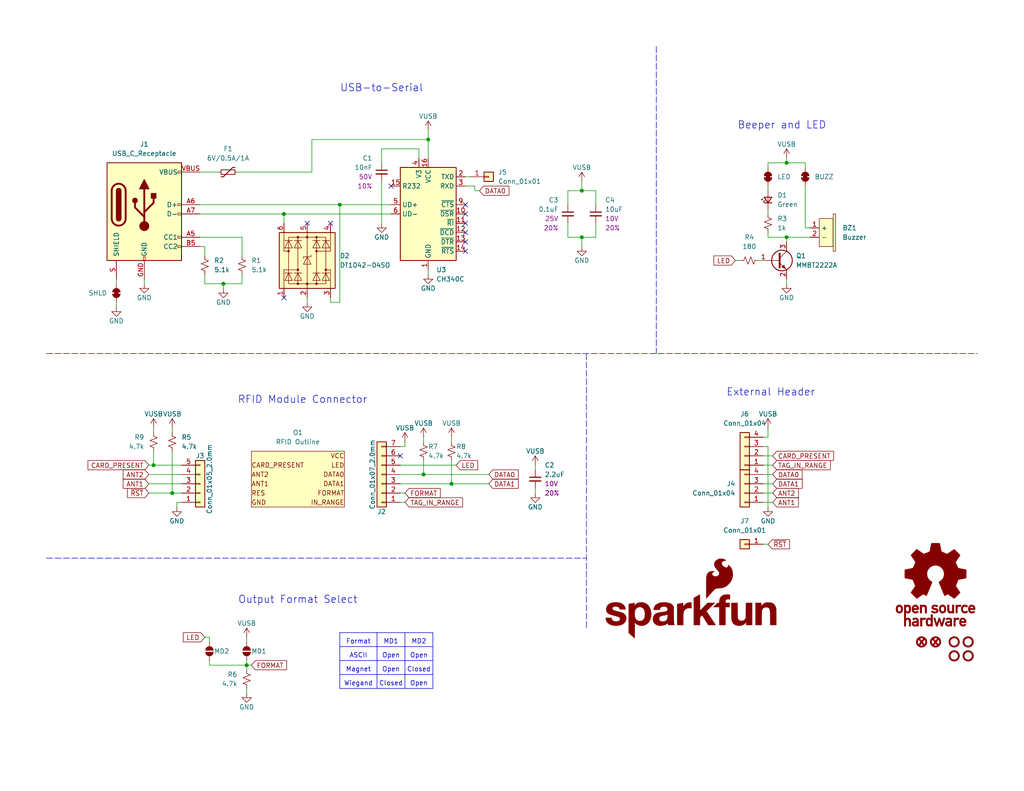
<source format=kicad_sch>
(kicad_sch (version 20231120) (generator "eeschema") (generator_version "8.0")
  (paper "USLetter")
  (title_block (title "SparkFun USB RFID Reader") (date "2025-01-08") (rev "v20") (company "SparkFun") (comment 1 "Designed by: Nick Poole"))
  (lib_symbols
    (symbol "SparkFun-Aesthetic:Fiducial_0.5mm"
      (symbol "Fiducial_0.5mm_1_1"
        (text "x" (at 0 0.254 0) (effects (font (size 2.5 2.5) (bold yes))))
      )
    )
    (symbol "SparkFun-Aesthetic:OSHW_Logo" (pin_names (offset 1.016)) (in_bom no))
    (symbol "SparkFun-Aesthetic:SparkFun_Logo" (pin_names (offset 1.016)) (on_board no))
    (symbol "SparkFun-Capacitor:0.1uF_0603_25V_20%" (pin_numbers hide) (pin_names (offset 0.254))
      (property "Reference" "C" (at 0.635 2.54 0))
      (property "Value" "0.1uF" (at 0.635 -2.54 0))
      (property "Voltage" "25V" (at 0 -6.35 0))
      (property "Tolerance" "20%" (at 0 -8.89 0))
      (symbol "0.1uF_0603_25V_20%_1_1"
        (pin passive line (at 0 2.54 270) (length 2.032) (name "~") (number "1"))
        (pin passive line (at 0 -2.54 90) (length 2.032) (name "~") (number "2"))
      )
    )
    (symbol "SparkFun-Capacitor:10nF_0603_50V_10%" (pin_numbers hide) (pin_names (offset 0.254))
      (property "Reference" "C" (at 0.635 2.54 0))
      (property "Value" "10nF" (at 0.635 -2.54 0))
      (property "Voltage" "50V" (at 0 -6.35 0))
      (property "Tolerance" "10%" (at 0 -8.89 0))
      (symbol "10nF_0603_50V_10%_1_1"
        (pin passive line (at 0 2.54 270) (length 2.032) (name "~") (number "1"))
        (pin passive line (at 0 -2.54 90) (length 2.032) (name "~") (number "2"))
      )
    )
    (symbol "SparkFun-Capacitor:10uF_0603_10V_20%" (pin_numbers hide) (pin_names (offset 0.254))
      (property "Reference" "C" (at 0.635 2.54 0))
      (property "Value" "10uF" (at 0.635 -2.54 0))
      (property "Voltage" "10V" (at 0 -6.35 0))
      (property "Tolerance" "20%" (at 0 -8.89 0))
      (symbol "10uF_0603_10V_20%_1_1"
        (pin passive line (at 0 2.54 270) (length 2.032) (name "~") (number "1"))
        (pin passive line (at 0 -2.54 90) (length 2.032) (name "~") (number "2"))
      )
    )
    (symbol "SparkFun-Capacitor:2.2uF_0603_10V_20%" (pin_numbers hide) (pin_names (offset 0.254))
      (property "Reference" "C" (at 0.635 2.54 0))
      (property "Value" "2.2uF" (at 0.635 -2.54 0))
      (property "Voltage" "10V" (at 0 -6.35 0))
      (property "Tolerance" "20%" (at 0 -8.89 0))
      (symbol "2.2uF_0603_10V_20%_1_1"
        (pin passive line (at 0 2.54 270) (length 2.032) (name "~") (number "1"))
        (pin passive line (at 0 -2.54 90) (length 2.032) (name "~") (number "2"))
      )
    )
    (symbol "SparkFun-Connector:Conn_01x01" (pin_names (offset 1.016) hide)
      (property "Reference" "J" (at 0 2.54 0))
      (property "Value" "Conn_01x01" (at 0 -2.54 0))
      (symbol "Conn_01x01_1_1"
        (pin passive line (at -5.08 0 0) (length 3.81) (name "Pin_1") (number "1"))
      )
    )
    (symbol "SparkFun-Connector:Conn_01x04" (pin_names (offset 1.016) hide)
      (property "Reference" "J" (at 0 5.08 0))
      (property "Value" "Conn_01x04" (at 0 -7.62 0))
      (symbol "Conn_01x04_1_1"
        (pin passive line (at -5.08 2.54 0) (length 3.81) (name "Pin_1") (number "1"))
        (pin passive line (at -5.08 0 0) (length 3.81) (name "Pin_2") (number "2"))
        (pin passive line (at -5.08 -2.54 0) (length 3.81) (name "Pin_3") (number "3"))
        (pin passive line (at -5.08 -5.08 0) (length 3.81) (name "Pin_4") (number "4"))
      )
    )
    (symbol "SparkFun-Connector:Conn_01x05_2.0mm" (pin_names (offset 1.016) hide)
      (property "Reference" "J" (at 0 7.62 0))
      (property "Value" "Conn_01x05_2.0mm" (at 0 -7.62 0))
      (symbol "Conn_01x05_2.0mm_1_1"
        (pin passive line (at -5.08 5.08 0) (length 3.81) (name "Pin_1") (number "1"))
        (pin passive line (at -5.08 2.54 0) (length 3.81) (name "Pin_2") (number "2"))
        (pin passive line (at -5.08 0 0) (length 3.81) (name "Pin_3") (number "3"))
        (pin passive line (at -5.08 -2.54 0) (length 3.81) (name "Pin_4") (number "4"))
        (pin passive line (at -5.08 -5.08 0) (length 3.81) (name "Pin_5") (number "5"))
      )
    )
    (symbol "SparkFun-Connector:Conn_01x07_2.0mm" (pin_names (offset 1.016) hide)
      (property "Reference" "J" (at 0 10.16 0))
      (property "Value" "Conn_01x07_2.0mm" (at 0 -10.16 0))
      (symbol "Conn_01x07_2.0mm_1_1"
        (pin passive line (at -5.08 7.62 0) (length 3.81) (name "Pin_1") (number "1"))
        (pin passive line (at -5.08 5.08 0) (length 3.81) (name "Pin_2") (number "2"))
        (pin passive line (at -5.08 2.54 0) (length 3.81) (name "Pin_3") (number "3"))
        (pin passive line (at -5.08 0 0) (length 3.81) (name "Pin_4") (number "4"))
        (pin passive line (at -5.08 -2.54 0) (length 3.81) (name "Pin_5") (number "5"))
        (pin passive line (at -5.08 -5.08 0) (length 3.81) (name "Pin_6") (number "6"))
        (pin passive line (at -5.08 -7.62 0) (length 3.81) (name "Pin_7") (number "7"))
      )
    )
    (symbol "SparkFun-Connector:USB_C_Receptacle" (pin_names (offset 1.016))
      (property "Reference" "J" (at -10.16 12.7 0))
      (property "Value" "USB_C_Receptacle" (at 19.05 12.7 0))
      (symbol "USB_C_Receptacle_1_1"
        (pin bidirectional line (at 15.24 -8.89 180) (length 5.08) (name "CC1") (number "A5"))
        (pin bidirectional line (at 15.24 0 180) (length 5.08) (name "D+") (number "A6"))
        (pin bidirectional line (at 15.24 -2.54 180) (length 5.08) (name "D-") (number "A7"))
        (pin no_connect line (at 2.54 -15.24 90) (length 5.08) hide (name "NC") (number "A8"))
        (pin bidirectional line (at 15.24 -11.43 180) (length 5.08) (name "CC2") (number "B5"))
        (pin bidirectional line (at 15.24 0 180) (length 5.08) hide (name "D+") (number "B6"))
        (pin bidirectional line (at 15.24 -2.54 180) (length 5.08) hide (name "D-") (number "B7"))
        (pin no_connect line (at 3.81 -15.24 90) (length 5.08) hide (name "NC") (number "B8"))
        (pin passive line (at 0 -20.32 90) (length 5.08) (name "GND") (number "GND"))
        (pin no_connect line (at -5.08 -15.24 90) (length 5.08) hide (name "NC") (number "NC1"))
        (pin no_connect line (at -3.81 -15.24 90) (length 5.08) hide (name "NC") (number "NC2"))
        (pin no_connect line (at -2.54 -15.24 90) (length 5.08) hide (name "NC") (number "NC3"))
        (pin passive line (at -7.62 -20.32 90) (length 5.08) (name "SHIELD") (number "S"))
        (pin power_out line (at 15.24 8.89 180) (length 5.08) (name "VBUS") (number "VBUS"))
      )
    )
    (symbol "SparkFun-DiscreteSemi:D_TVS_ESD_USB" (pin_names hide)
      (property "Reference" "D" (at -8.636 -2.794 90))
      (property "Value" "DT1042-04SO" (at 9.398 -8.382 90))
      (symbol "D_TVS_ESD_USB_1_1"
        (pin passive line (at -6.35 -11.43 90) (length 2.54) (name "I/O1") (number "1"))
        (pin passive line (at 0 -11.43 90) (length 2.54) (name "GND") (number "2"))
        (pin passive line (at 6.35 -11.43 90) (length 2.54) (name "I/O2") (number "3"))
        (pin passive line (at 6.35 8.89 270) (length 2.54) (name "I/O3") (number "4"))
        (pin passive line (at 0 8.89 270) (length 2.54) (name "VCC") (number "5"))
        (pin passive line (at -6.35 8.89 270) (length 2.54) (name "I/O4") (number "6"))
      )
    )
    (symbol "SparkFun-DiscreteSemi:Q_NPN_1A_40V" (pin_names (offset 0) hide)
      (property "Reference" "Q" (at 5.08 1.27 0))
      (property "Value" "MMBT2222A" (at 5.08 -1.27 0))
      (symbol "Q_NPN_1A_40V_1_1"
        (pin input line (at -3.81 0 0) (length 0) (name "B") (number "1"))
        (pin passive line (at 2.54 -5.08 90) (length 2.54) (name "E") (number "2"))
        (pin passive line (at 2.54 5.08 270) (length 2.54) (name "C") (number "3"))
      )
    )
    (symbol "SparkFun-Electromechanical:Buzzer_9mm_SMD"
      (property "Reference" "BZ" (at 0 5.08 0))
      (property "Value" "Buzzer" (at 1.27 -6.35 0))
      (symbol "Buzzer_9mm_SMD_1_1"
        (pin input line (at -3.81 1.27 0) (length 2.54) (name "+") (number "1"))
        (pin input line (at -3.81 -1.27 0) (length 2.54) (name "-") (number "2"))
      )
    )
    (symbol "SparkFun-Fuse:Fuse 6V/0.5A/1A" (pin_numbers hide) (pin_names (offset 0))
      (property "Reference" "F" (at 0 2.54 0))
      (property "Value" "6V/0.5A/1A" (at 0 -2.54 0))
      (symbol "Fuse 6V/0.5A/1A_1_1"
        (pin passive line (at -2.54 0 0) (length 0.635) (name "~") (number "1"))
        (pin passive line (at 2.54 0 180) (length 0.635) (name "~") (number "2"))
      )
    )
    (symbol "SparkFun-Hardware:Standoff")
    (symbol "SparkFun-IC-Comm:CH340C"
      (property "Reference" "U" (at 2.1941 -15.24 0))
      (property "Value" "CH340C" (at 2.1941 -17.78 0))
      (symbol "CH340C_1_1"
        (pin power_in line (at 0 -15.24 90) (length 2.54) (name "GND") (number "1"))
        (pin input line (at 10.16 0 180) (length 2.54) (name "~{DSR}") (number "10"))
        (pin input line (at 10.16 -2.54 180) (length 2.54) (name "~{RI}") (number "11"))
        (pin input line (at 10.16 -5.08 180) (length 2.54) (name "~{DCD}") (number "12"))
        (pin output line (at 10.16 -7.62 180) (length 2.54) (name "~{DTR}") (number "13"))
        (pin output line (at 10.16 -10.16 180) (length 2.54) (name "~{RTS}") (number "14"))
        (pin input line (at -10.16 7.62 0) (length 2.54) (name "R232") (number "15"))
        (pin power_in line (at 0 15.24 270) (length 2.54) (name "VCC") (number "16"))
        (pin output line (at 10.16 10.16 180) (length 2.54) (name "TXD") (number "2"))
        (pin input line (at 10.16 7.62 180) (length 2.54) (name "RXD") (number "3"))
        (pin passive line (at -2.54 15.24 270) (length 2.54) (name "V3") (number "4"))
        (pin bidirectional line (at -10.16 2.54 0) (length 2.54) (name "UD+") (number "5"))
        (pin bidirectional line (at -10.16 0 0) (length 2.54) (name "UD-") (number "6"))
        (pin no_connect line (at -7.62 -7.62 0) (length 2.54) hide (name "NC") (number "7"))
        (pin no_connect line (at -7.62 -10.16 0) (length 2.54) hide (name "NC") (number "8"))
        (pin input line (at 10.16 2.54 180) (length 2.54) (name "~{CTS}") (number "9"))
      )
    )
    (symbol "SparkFun-Jumper:SolderJumper_2_Bridged" (pin_numbers hide) (pin_names (offset 0) hide)
      (property "Reference" "JP" (at 0 2.032 0))
      (property "Value" "~" (at 0 -2.54 0))
      (symbol "SolderJumper_2_Bridged_1_1"
        (pin passive line (at -2.54 0 0) (length 1.27) (name "A") (number "1"))
        (pin passive line (at 2.54 0 180) (length 1.27) (name "B") (number "2"))
      )
    )
    (symbol "SparkFun-Jumper:SolderJumper_2_Open" (pin_numbers hide) (pin_names (offset 0) hide)
      (property "Reference" "JP" (at 0 2.032 0))
      (property "Value" "~" (at 0 -2.54 0))
      (symbol "SolderJumper_2_Open_1_1"
        (pin passive line (at -2.54 0 0) (length 1.27) (name "A") (number "1"))
        (pin passive line (at 2.54 0 180) (length 1.27) (name "B") (number "2"))
      )
    )
    (symbol "SparkFun-LED:LED_Green_0603" (pin_numbers hide) (pin_names (offset 1.016) hide)
      (property "Reference" "D" (at 0 2.54 0))
      (property "Value" "Green" (at 0 -2.54 0))
      (symbol "LED_Green_0603_1_1"
        (pin passive line (at -2.54 0 0) (length 1.778) (name "K") (number "1"))
        (pin passive line (at 2.54 0 180) (length 1.778) (name "A") (number "2"))
      )
    )
    (symbol "SparkFun-PowerSymbol:GND" (power) (pin_names (offset 0))
      (property "Value" "GND" (at 0 -3.81 0))
      (symbol "GND_1_1"
        (pin power_in line (at 0 0 270) (length 0) hide (name "GND") (number "1"))
      )
    )
    (symbol "SparkFun-PowerSymbol:VUSB" (power) (pin_names (offset 0))
      (property "Value" "VUSB" (at 0 3.81 0))
      (symbol "VUSB_1_1"
        (pin power_in line (at 0 0 90) (length 0) hide (name "VUSB") (number "1"))
      )
    )
    (symbol "SparkFun-RF:ID-2/12/20_Outline"
      (property "Reference" "O" (at -12.192 8.89 0))
      (property "Value" "RFID Outline" (at 0 -8.89 0))
      (symbol "ID-2/12/20_Outline_1_1"
        (text "ANT1" (at -12.7 -1.27 0) (effects (font (size 1.27 1.27)) (justify left)))
        (text "ANT2" (at -12.7 1.27 0) (effects (font (size 1.27 1.27)) (justify left)))
        (text "CARD_PRESENT" (at -12.7 3.81 0) (effects (font (size 1.27 1.27)) (justify left)))
        (text "DATA0" (at 12.7 1.27 0) (effects (font (size 1.27 1.27)) (justify right)))
        (text "DATA1" (at 12.7 -1.27 0) (effects (font (size 1.27 1.27)) (justify right)))
        (text "FORMAT" (at 12.7 -3.81 0) (effects (font (size 1.27 1.27)) (justify right)))
        (text "GND" (at -12.7 -6.35 0) (effects (font (size 1.27 1.27)) (justify left)))
        (text "IN_RANGE" (at 12.7 -6.35 0) (effects (font (size 1.27 1.27)) (justify right)))
        (text "LED" (at 12.7 3.81 0) (effects (font (size 1.27 1.27)) (justify right)))
        (text "RES" (at -12.7 -3.81 0) (effects (font (size 1.27 1.27)) (justify left)))
        (text "VCC" (at 12.7 6.35 0) (effects (font (size 1.27 1.27)) (justify right)))
      )
    )
    (symbol "SparkFun-Resistor:180_0603" (pin_numbers hide) (pin_names (offset 0))
      (property "Reference" "R" (at 0 -2.54 0))
      (property "Value" "180" (at 0 2.54 0))
      (symbol "180_0603_1_1"
        (pin passive line (at -2.54 0 0) (length 1.016) (name "~") (number "1"))
        (pin passive line (at 2.54 0 180) (length 1.016) (name "~") (number "2"))
      )
    )
    (symbol "SparkFun-Resistor:1k_0603" (pin_numbers hide) (pin_names (offset 0))
      (property "Reference" "R" (at 0 -2.54 0))
      (property "Value" "1k" (at 0 2.54 0))
      (symbol "1k_0603_1_1"
        (pin passive line (at -2.54 0 0) (length 1.016) (name "~") (number "1"))
        (pin passive line (at 2.54 0 180) (length 1.016) (name "~") (number "2"))
      )
    )
    (symbol "SparkFun-Resistor:4.7k_0603" (pin_numbers hide) (pin_names (offset 0))
      (property "Reference" "R" (at 0 -2.54 0))
      (property "Value" "4.7k" (at 0 2.54 0))
      (symbol "4.7k_0603_1_1"
        (pin passive line (at -2.54 0 0) (length 1.016) (name "~") (number "1"))
        (pin passive line (at 2.54 0 180) (length 1.016) (name "~") (number "2"))
      )
    )
    (symbol "SparkFun-Resistor:5.1k_0603" (pin_numbers hide) (pin_names (offset 0))
      (property "Reference" "R" (at 0 -2.54 0))
      (property "Value" "5.1k" (at 0 2.54 0))
      (symbol "5.1k_0603_1_1"
        (pin passive line (at -2.54 0 0) (length 1.016) (name "~") (number "1"))
        (pin passive line (at 2.54 0 180) (length 1.016) (name "~") (number "2"))
      )
    )
  )
  (junction (at 46.99 134.62))
  (junction (at 41.91 127))
  (junction (at 67.31 181.61))
  (junction (at 123.19 132.08))
  (junction (at 214.63 64.77))
  (junction (at 115.57 129.54))
  (junction (at 158.75 64.77))
  (junction (at 214.63 44.45))
  (junction (at 116.84 38.1))
  (junction (at 77.47 58.42))
  (junction (at 158.75 52.07))
  (junction (at 92.71 55.88))
  (junction (at 60.96 77.47))
  (no_connect (at 106.68 50.8))
  (no_connect (at 127 63.5))
  (no_connect (at 127 66.04))
  (no_connect (at 90.17 60.96))
  (no_connect (at 127 55.88))
  (no_connect (at 127 60.96))
  (no_connect (at 109.22 124.46))
  (no_connect (at 83.82 60.96))
  (no_connect (at 77.47 81.28))
  (no_connect (at 127 58.42))
  (no_connect (at 127 68.58))
  (wire (pts (xy 209.55 44.45) (xy 209.55 45.72)))
  (wire (pts (xy 83.82 82.55) (xy 83.82 81.28)))
  (wire (pts (xy 123.19 125.73) (xy 123.19 132.08)))
  (wire (pts (xy 60.96 77.47) (xy 55.88 77.47)))
  (wire (pts (xy 67.31 181.61) (xy 67.31 182.88)))
  (wire (pts (xy 209.55 119.38) (xy 209.55 116.84)))
  (wire (pts (xy 41.91 116.84) (xy 41.91 118.11)))
  (polyline (pts (xy 160.02 96.52) (xy 160.02 171.45)) (stroke (width 0) (type dash)))
  (wire (pts (xy 162.56 52.07) (xy 162.56 55.88)))
  (polyline (pts (xy 110.49 176.53) (xy 118.11 176.53)))
  (polyline (pts (xy 92.71 187.96) (xy 118.11 187.96)))
  (wire (pts (xy 85.09 38.1) (xy 85.09 46.99)))
  (wire (pts (xy 114.3 43.18) (xy 114.3 40.64)))
  (wire (pts (xy 115.57 119.38) (xy 115.57 120.65)))
  (wire (pts (xy 110.49 120.65) (xy 110.49 121.92)))
  (wire (pts (xy 92.71 55.88) (xy 106.68 55.88)))
  (wire (pts (xy 55.88 77.47) (xy 55.88 74.93)))
  (wire (pts (xy 209.55 148.59) (xy 208.28 148.59)))
  (polyline (pts (xy 92.71 180.34) (xy 110.49 180.34)))
  (wire (pts (xy 154.94 60.96) (xy 154.94 64.77)))
  (wire (pts (xy 54.61 55.88) (xy 92.71 55.88)))
  (wire (pts (xy 154.94 52.07) (xy 158.75 52.07)))
  (wire (pts (xy 46.99 116.84) (xy 46.99 118.11)))
  (wire (pts (xy 209.55 64.77) (xy 214.63 64.77)))
  (wire (pts (xy 110.49 134.62) (xy 109.22 134.62)))
  (polyline (pts (xy 92.71 172.72) (xy 118.11 172.72)))
  (wire (pts (xy 116.84 38.1) (xy 116.84 43.18)))
  (polyline (pts (xy 118.11 187.96) (xy 118.11 172.72)))
  (wire (pts (xy 133.35 132.08) (xy 123.19 132.08)))
  (wire (pts (xy 208.28 129.54) (xy 210.82 129.54)))
  (wire (pts (xy 39.37 76.2) (xy 39.37 77.47)))
  (wire (pts (xy 66.04 64.77) (xy 66.04 69.85)))
  (wire (pts (xy 40.64 129.54) (xy 49.53 129.54)))
  (wire (pts (xy 41.91 127) (xy 49.53 127)))
  (wire (pts (xy 67.31 181.61) (xy 68.58 181.61)))
  (polyline (pts (xy 110.49 180.34) (xy 118.11 180.34)))
  (wire (pts (xy 40.64 134.62) (xy 46.99 134.62)))
  (wire (pts (xy 154.94 64.77) (xy 158.75 64.77)))
  (wire (pts (xy 60.96 77.47) (xy 66.04 77.47)))
  (wire (pts (xy 90.17 82.55) (xy 92.71 82.55)))
  (wire (pts (xy 54.61 67.31) (xy 55.88 67.31)))
  (wire (pts (xy 158.75 64.77) (xy 158.75 67.31)))
  (polyline (pts (xy 12.7 96.52) (xy 266.7 96.52)) (stroke (width 0) (type dash)))
  (wire (pts (xy 123.19 119.38) (xy 123.19 120.65)))
  (wire (pts (xy 67.31 187.96) (xy 67.31 189.23)))
  (wire (pts (xy 54.61 64.77) (xy 66.04 64.77)))
  (wire (pts (xy 57.15 173.99) (xy 57.15 175.26)))
  (wire (pts (xy 214.63 64.77) (xy 220.98 64.77)))
  (wire (pts (xy 146.05 133.35) (xy 146.05 134.62)))
  (wire (pts (xy 208.28 119.38) (xy 209.55 119.38)))
  (wire (pts (xy 67.31 173.99) (xy 67.31 175.26)))
  (polyline (pts (xy 92.71 172.72) (xy 92.71 187.96)))
  (wire (pts (xy 127 48.26) (xy 128.27 48.26)))
  (wire (pts (xy 146.05 127) (xy 146.05 128.27)))
  (polyline (pts (xy 179.07 12.7) (xy 179.07 96.52)) (stroke (width 0) (type dash)))
  (wire (pts (xy 31.75 83.82) (xy 31.75 82.55)))
  (wire (pts (xy 115.57 125.73) (xy 115.57 129.54)))
  (wire (pts (xy 123.19 132.08) (xy 109.22 132.08)))
  (wire (pts (xy 48.26 137.16) (xy 48.26 138.43)))
  (polyline (pts (xy 92.71 184.15) (xy 110.49 184.15)))
  (wire (pts (xy 116.84 35.56) (xy 116.84 38.1)))
  (wire (pts (xy 46.99 123.19) (xy 46.99 134.62)))
  (wire (pts (xy 220.98 62.23) (xy 219.71 62.23)))
  (wire (pts (xy 214.63 43.18) (xy 214.63 44.45)))
  (wire (pts (xy 54.61 58.42) (xy 77.47 58.42)))
  (wire (pts (xy 129.54 52.07) (xy 129.54 50.8)))
  (wire (pts (xy 115.57 129.54) (xy 109.22 129.54)))
  (wire (pts (xy 208.28 134.62) (xy 210.82 134.62)))
  (wire (pts (xy 129.54 50.8) (xy 127 50.8)))
  (wire (pts (xy 219.71 50.8) (xy 219.71 62.23)))
  (wire (pts (xy 60.96 77.47) (xy 60.96 78.74)))
  (wire (pts (xy 66.04 77.47) (xy 66.04 74.93)))
  (wire (pts (xy 214.63 66.04) (xy 214.63 64.77)))
  (wire (pts (xy 124.46 127) (xy 109.22 127)))
  (wire (pts (xy 67.31 180.34) (xy 67.31 181.61)))
  (wire (pts (xy 209.55 57.15) (xy 209.55 58.42)))
  (wire (pts (xy 219.71 44.45) (xy 219.71 45.72)))
  (wire (pts (xy 90.17 81.28) (xy 90.17 82.55)))
  (wire (pts (xy 55.88 173.99) (xy 57.15 173.99)))
  (wire (pts (xy 114.3 40.64) (xy 104.14 40.64)))
  (wire (pts (xy 208.28 137.16) (xy 210.82 137.16)))
  (polyline (pts (xy 12.7 152.4) (xy 160.02 152.4)) (stroke (width 0) (type dash)))
  (wire (pts (xy 110.49 121.92) (xy 109.22 121.92)))
  (wire (pts (xy 209.55 63.5) (xy 209.55 64.77)))
  (wire (pts (xy 208.28 132.08) (xy 210.82 132.08)))
  (wire (pts (xy 207.01 71.12) (xy 208.28 71.12)))
  (wire (pts (xy 158.75 64.77) (xy 162.56 64.77)))
  (wire (pts (xy 208.28 124.46) (xy 210.82 124.46)))
  (wire (pts (xy 49.53 137.16) (xy 48.26 137.16)))
  (polyline (pts (xy 110.49 184.15) (xy 118.11 184.15)))
  (polyline (pts (xy 110.49 172.72) (xy 110.49 187.96)))
  (wire (pts (xy 92.71 82.55) (xy 92.71 55.88)))
  (wire (pts (xy 41.91 123.19) (xy 41.91 127)))
  (wire (pts (xy 158.75 52.07) (xy 162.56 52.07)))
  (wire (pts (xy 208.28 127) (xy 210.82 127)))
  (wire (pts (xy 208.28 121.92) (xy 209.55 121.92)))
  (wire (pts (xy 158.75 49.53) (xy 158.75 52.07)))
  (wire (pts (xy 40.64 132.08) (xy 49.53 132.08)))
  (wire (pts (xy 200.66 71.12) (xy 201.93 71.12)))
  (wire (pts (xy 77.47 58.42) (xy 77.47 60.96)))
  (wire (pts (xy 209.55 52.07) (xy 209.55 50.8)))
  (wire (pts (xy 154.94 55.88) (xy 154.94 52.07)))
  (wire (pts (xy 67.31 181.61) (xy 57.15 181.61)))
  (wire (pts (xy 55.88 67.31) (xy 55.88 69.85)))
  (wire (pts (xy 104.14 40.64) (xy 104.14 44.45)))
  (polyline (pts (xy 92.71 176.53) (xy 110.49 176.53)))
  (wire (pts (xy 40.64 127) (xy 41.91 127)))
  (wire (pts (xy 85.09 38.1) (xy 116.84 38.1)))
  (wire (pts (xy 214.63 44.45) (xy 219.71 44.45)))
  (wire (pts (xy 129.54 52.07) (xy 130.81 52.07)))
  (wire (pts (xy 59.69 46.99) (xy 54.61 46.99)))
  (wire (pts (xy 77.47 58.42) (xy 106.68 58.42)))
  (wire (pts (xy 64.77 46.99) (xy 85.09 46.99)))
  (wire (pts (xy 162.56 64.77) (xy 162.56 60.96)))
  (wire (pts (xy 116.84 73.66) (xy 116.84 74.93)))
  (wire (pts (xy 133.35 129.54) (xy 115.57 129.54)))
  (wire (pts (xy 46.99 134.62) (xy 49.53 134.62)))
  (wire (pts (xy 214.63 76.2) (xy 214.63 77.47)))
  (wire (pts (xy 109.22 137.16) (xy 110.49 137.16)))
  (wire (pts (xy 209.55 121.92) (xy 209.55 138.43)))
  (wire (pts (xy 104.14 49.53) (xy 104.14 60.96)))
  (wire (pts (xy 31.75 77.47) (xy 31.75 76.2)))
  (wire (pts (xy 209.55 44.45) (xy 214.63 44.45)))
  (wire (pts (xy 57.15 181.61) (xy 57.15 180.34)))
  (polyline (pts (xy 102.87 172.72) (xy 102.87 187.96)))
  (text "MD1" (at 106.68 175.26 0) (effects (font (size 1.27 1.27))))
  (text "Magnet" (at 97.79 182.88 0) (effects (font (size 1.27 1.27))))
  (text "MD2" (at 114.3 175.26 0) (effects (font (size 1.27 1.27))))
  (text "Closed" (at 114.3 182.88 0) (effects (font (size 1.27 1.27))))
  (text "Beeper and LED" (at 213.36 34.29 0) (effects (font (size 2 2))))
  (text "Open" (at 114.3 186.69 0) (effects (font (size 1.27 1.27))))
  (text "Open" (at 106.68 179.07 0) (effects (font (size 1.27 1.27))))
  (text "USB-to-Serial" (at 104.14 24.13 0) (effects (font (size 2 2))))
  (text "External Header" (at 210.312 107.188 0) (effects (font (size 2 2))))
  (text "RFID Module Connector" (at 82.55 109.22 0) (effects (font (size 2 2))))
  (text "Open" (at 114.3 179.07 0) (effects (font (size 1.27 1.27))))
  (text "Output Format Select" (at 81.28 163.83 0) (effects (font (size 2 2))))
  (text "Open" (at 106.68 182.88 0) (effects (font (size 1.27 1.27))))
  (text "ASCII" (at 97.79 179.07 0) (effects (font (size 1.27 1.27))))
  (text "Format" (at 97.79 175.26 0) (effects (font (size 1.27 1.27))))
  (text "Closed" (at 106.68 186.69 0) (effects (font (size 1.27 1.27))))
  (text "Wiegand" (at 97.79 186.69 0) (effects (font (size 1.27 1.27))))
  (global_label "LED" (shape input) (at 124.46 127 0) (property "Intersheetrefs" "${INTERSHEET_REFS}" (effects (hide yes))))
  (global_label "ANT2" (shape input) (at 40.64 129.54 180) (property "Intersheetrefs" "${INTERSHEET_REFS}" (effects (hide yes))))
  (global_label "CARD_PRESENT" (shape input) (at 40.64 127 180) (property "Intersheetrefs" "${INTERSHEET_REFS}" (effects (hide yes))))
  (global_label "LED" (shape input) (at 200.66 71.12 180) (property "Intersheetrefs" "${INTERSHEET_REFS}" (effects (hide yes))))
  (global_label "~{RST}" (shape input) (at 40.64 134.62 180) (property "Intersheetrefs" "${INTERSHEET_REFS}" (effects (hide yes))))
  (global_label "DATA1" (shape input) (at 210.82 132.08 0) (property "Intersheetrefs" "${INTERSHEET_REFS}" (effects (hide yes))))
  (global_label "~{RST}" (shape input) (at 209.55 148.59 0) (property "Intersheetrefs" "${INTERSHEET_REFS}" (effects (hide yes))))
  (global_label "DATA0" (shape input) (at 210.82 129.54 0) (property "Intersheetrefs" "${INTERSHEET_REFS}" (effects (hide yes))))
  (global_label "ANT2" (shape input) (at 210.82 134.62 0) (property "Intersheetrefs" "${INTERSHEET_REFS}" (effects (hide yes))))
  (global_label "FORMAT" (shape input) (at 110.49 134.62 0) (property "Intersheetrefs" "${INTERSHEET_REFS}" (effects (hide yes))))
  (global_label "TAG_IN_RANGE" (shape input) (at 210.82 127 0) (property "Intersheetrefs" "${INTERSHEET_REFS}" (effects (hide yes))))
  (global_label "FORMAT" (shape input) (at 68.58 181.61 0) (property "Intersheetrefs" "${INTERSHEET_REFS}" (effects (hide yes))))
  (global_label "DATA0" (shape input) (at 130.81 52.07 0) (property "Intersheetrefs" "${INTERSHEET_REFS}" (effects (hide yes))))
  (global_label "ANT1" (shape input) (at 210.82 137.16 0) (property "Intersheetrefs" "${INTERSHEET_REFS}" (effects (hide yes))))
  (global_label "LED" (shape input) (at 55.88 173.99 180) (property "Intersheetrefs" "${INTERSHEET_REFS}" (effects (hide yes))))
  (global_label "DATA0" (shape input) (at 133.35 129.54 0) (property "Intersheetrefs" "${INTERSHEET_REFS}" (effects (hide yes))))
  (global_label "CARD_PRESENT" (shape input) (at 210.82 124.46 0) (property "Intersheetrefs" "${INTERSHEET_REFS}" (effects (hide yes))))
  (global_label "ANT1" (shape input) (at 40.64 132.08 180) (property "Intersheetrefs" "${INTERSHEET_REFS}" (effects (hide yes))))
  (global_label "DATA1" (shape input) (at 133.35 132.08 0) (property "Intersheetrefs" "${INTERSHEET_REFS}" (effects (hide yes))))
  (global_label "TAG_IN_RANGE" (shape input) (at 110.49 137.16 0) (property "Intersheetrefs" "${INTERSHEET_REFS}" (effects (hide yes))))
  (symbol (lib_id "SparkFun-Jumper:SolderJumper_2_Open") (at 67.31 177.8 90) (unit 1)
    (property "Reference" "JP5" (effects (hide yes)))
    (property "Value" "MD1" (at 68.58 177.8 90) (effects (justify right)))
    (property "Footprint" "SparkFun-Jumper:Jumper_2_NO" (effects (hide yes)))
    (property "Description" "Solder Jumper, 2-pole, open" (effects (hide yes)))
  )
  (symbol (lib_id "SparkFun-Connector:Conn_01x04") (at 203.2 134.62 180) (unit 1)
    (property "Reference" "J4" (at 200.66 132.0799 0) (effects (justify left)))
    (property "Value" "Conn_01x04" (at 200.66 134.6199 0) (effects (justify left)))
    (property "Footprint" "SparkFun-Connector:1x04" (effects (hide yes)))
    (property "Description" "Generic connector, single row, 01x04, script generated (kicad-library-utils/schlib/autogen/connector/)" (effects (hide yes)))
  )
  (symbol (lib_id "SparkFun-Aesthetic:Fiducial_0.5mm") (at 251.46 175.26 0) (unit 1)
    (property "Reference" "FID4" (effects (hide yes)))
    (property "Value" "Fiducial_0.5mm" (effects (hide yes)))
    (property "Footprint" "SparkFun-Aesthetic:Fiducial_0.5mm_Mask1mm" (effects (hide yes)))
    (property "Description" "Fiducial Marker" (effects (hide yes)))
  )
  (symbol (lib_id "SparkFun-PowerSymbol:GND") (at 116.84 74.93 0) (unit 1)
    (property "Reference" "#PWR02" (effects (hide yes)))
    (property "Value" "GND" (at 116.84 78.74 0))
    (property "Description" "Power symbol creates a global label with name \"GND\" , ground" (effects (hide yes)))
  )
  (symbol (lib_id "SparkFun-PowerSymbol:VUSB") (at 41.91 116.84 0) (unit 1)
    (property "Reference" "#PWR023" (effects (hide yes)))
    (property "Value" "VUSB" (at 41.91 113.03 0))
    (property "Description" "Power symbol creates a global label with name \"VUSB\"" (effects (hide yes)))
  )
  (symbol (lib_id "SparkFun-Jumper:SolderJumper_2_Bridged") (at 31.75 80.01 90) (unit 1)
    (property "Reference" "JP3" (effects (hide yes)))
    (property "Value" "SHLD" (at 29.21 80.0099 90) (effects (justify left)))
    (property "Footprint" "SparkFun-Jumper:Jumper_2_NC_Trace" (effects (hide yes)))
    (property "Description" "Solder Jumper, 2-pole, closed/bridged" (effects (hide yes)))
  )
  (symbol (lib_id "SparkFun-PowerSymbol:VUSB") (at 46.99 116.84 0) (unit 1)
    (property "Reference" "#PWR013" (effects (hide yes)))
    (property "Value" "VUSB" (at 46.99 113.03 0))
    (property "Description" "Power symbol creates a global label with name \"VUSB\"" (effects (hide yes)))
  )
  (symbol (lib_id "SparkFun-PowerSymbol:VUSB") (at 110.49 120.65 0) (unit 1)
    (property "Reference" "#PWR09" (effects (hide yes)))
    (property "Value" "VUSB" (at 110.49 116.84 0))
    (property "Description" "Power symbol creates a global label with name \"VUSB\"" (effects (hide yes)))
  )
  (symbol (lib_id "SparkFun-Aesthetic:OSHW_Logo") (at 255.27 163.83 0) (unit 1) (in_bom no)
    (property "Reference" "G2" (effects (hide yes)))
    (property "Value" "OSHW_Logo" (effects (hide yes)))
    (property "Footprint" "SparkFun-Aesthetic:Creative_Commons_License" (effects (hide yes)))
  )
  (symbol (lib_id "SparkFun-PowerSymbol:VUSB") (at 209.55 116.84 0) (unit 1)
    (property "Reference" "#PWR018" (effects (hide yes)))
    (property "Value" "VUSB" (at 209.55 113.03 0))
    (property "Description" "Power symbol creates a global label with name \"VUSB\"" (effects (hide yes)))
  )
  (symbol (lib_id "SparkFun-DiscreteSemi:Q_NPN_1A_40V") (at 212.09 71.12 0) (unit 1)
    (property "Reference" "Q1" (at 217.17 69.8499 0) (effects (justify left)))
    (property "Value" "MMBT2222A" (at 217.17 72.3899 0) (effects (justify left)))
    (property "Footprint" "SparkFun-Semiconductor-Standard:SOT23-3" (effects (hide yes)))
    (property "Datasheet" "https://www.onsemi.com/pdf/datasheet/mmbt2222lt1-d.pdf" (effects (hide yes)))
    (property "Description" "NPN transistor, base/emitter/collector" (effects (hide yes)))
    (property "PROD_ID" "TRANS-08049" (effects (hide yes)))
  )
  (symbol (lib_id "SparkFun-Fuse:Fuse 6V/0.5A/1A") (at 62.23 46.99 0) (unit 1)
    (property "Reference" "F1" (at 62.23 40.64 0))
    (property "Value" "6V/0.5A/1A" (at 62.23 43.18 0))
    (property "Footprint" "SparkFun-Fuse:0805" (effects (hide yes)))
    (property "Datasheet" "https://www.belfuse.com/resources/datasheets/circuitprotection/ds-cp-0zck-series.pdf" (effects (hide yes)))
    (property "Description" "Resettable fuse" (effects (hide yes)))
    (property "PROD_ID" "RES-13945" (effects (hide yes)))
  )
  (symbol (lib_id "SparkFun-Capacitor:2.2uF_0603_10V_20%") (at 146.05 130.81 0) (unit 1)
    (property "Reference" "C2" (at 148.59 127.0062 0) (effects (justify left)))
    (property "Value" "2.2uF" (at 148.59 129.5462 0) (effects (justify left)))
    (property "Footprint" "SparkFun-Capacitor:C_0603_1608Metric" (effects (hide yes)))
    (property "Datasheet" "https://cdn.sparkfun.com/assets/8/a/4/a/5/Kemet_Capacitor_Datasheet.pdf" (effects (hide yes)))
    (property "Description" "Unpolarized capacitor" (effects (hide yes)))
    (property "PROD_ID" "CAP-07888" (effects (hide yes)))
    (property "Voltage" "10V" (at 148.59 132.0862 0) (effects (justify left)))
    (property "Tolerance" "20%" (at 148.59 134.6262 0) (effects (justify left)))
  )
  (symbol (lib_id "SparkFun-Connector:Conn_01x05_2.0mm") (at 54.61 132.08 0) (mirror x) (unit 1)
    (property "Reference" "J3" (at 54.61 124.46 0))
    (property "Value" "Conn_01x05_2.0mm" (at 57.15 130.81 90))
    (property "Footprint" "SparkFun-Connector:1x05_2.0mm" (effects (hide yes)))
    (property "Datasheet" "https://www.mouser.com/datasheet/2/837/bf085-1994323.pdf" (effects (hide yes)))
    (property "Description" "5 pos 2mm pitch 4.4mm tall female header." (effects (hide yes)))
    (property "PROD_ID" "CONN-09000" (effects (hide yes)))
  )
  (symbol (lib_id "SparkFun-Resistor:4.7k_0603") (at 41.91 120.65 90) (unit 1)
    (property "Reference" "R9" (at 39.37 119.3799 90) (effects (justify left)))
    (property "Value" "4.7k" (at 39.37 121.9199 90) (effects (justify left)))
    (property "Footprint" "SparkFun-Resistor:R_0603_1608Metric" (effects (hide yes)))
    (property "Datasheet" "https://www.vishay.com/docs/20035/dcrcwe3.pdf" (effects (hide yes)))
    (property "Description" "Resistor" (effects (hide yes)))
    (property "PROD_ID" "RES-07857" (effects (hide yes)))
  )
  (symbol (lib_id "SparkFun-Connector:Conn_01x04") (at 203.2 124.46 180) (unit 1)
    (property "Reference" "J6" (at 203.2 113.03 0))
    (property "Value" "Conn_01x04" (at 203.2 115.57 0))
    (property "Footprint" "SparkFun-Connector:1x04" (effects (hide yes)))
    (property "Description" "Generic connector, single row, 01x04, script generated (kicad-library-utils/schlib/autogen/connector/)" (effects (hide yes)))
  )
  (symbol (lib_id "SparkFun-PowerSymbol:VUSB") (at 115.57 119.38 0) (unit 1)
    (property "Reference" "#PWR021" (effects (hide yes)))
    (property "Value" "VUSB" (at 115.57 115.57 0))
    (property "Description" "Power symbol creates a global label with name \"VUSB\"" (effects (hide yes)))
  )
  (symbol (lib_id "SparkFun-Aesthetic:Fiducial_0.5mm") (at 255.27 175.26 0) (unit 1)
    (property "Reference" "FID1" (effects (hide yes)))
    (property "Value" "Fiducial_0.5mm" (effects (hide yes)))
    (property "Footprint" "SparkFun-Aesthetic:Fiducial_0.5mm_Mask1mm" (effects (hide yes)))
    (property "Description" "Fiducial Marker" (effects (hide yes)))
  )
  (symbol (lib_id "SparkFun-Resistor:5.1k_0603") (at 66.04 72.39 90) (unit 1)
    (property "Reference" "R1" (at 68.58 71.1199 90) (effects (justify right)))
    (property "Value" "5.1k" (at 68.58 73.6599 90) (effects (justify right)))
    (property "Footprint" "SparkFun-Resistor:R_0603_1608Metric" (effects (hide yes)))
    (property "Datasheet" "https://www.vishay.com/docs/20035/dcrcwe3.pdf" (effects (hide yes)))
    (property "Description" "Resistor" (effects (hide yes)))
    (property "PROD_ID" "RES-12083" (effects (hide yes)))
  )
  (symbol (lib_id "SparkFun-PowerSymbol:VUSB") (at 123.19 119.38 0) (unit 1)
    (property "Reference" "#PWR022" (effects (hide yes)))
    (property "Value" "VUSB" (at 123.19 115.57 0))
    (property "Description" "Power symbol creates a global label with name \"VUSB\"" (effects (hide yes)))
  )
  (symbol (lib_id "SparkFun-Jumper:SolderJumper_2_Open") (at 57.15 177.8 90) (unit 1)
    (property "Reference" "JP7" (effects (hide yes)))
    (property "Value" "MD2" (at 58.42 177.8 90) (effects (justify right)))
    (property "Footprint" "SparkFun-Jumper:Jumper_2_NO" (effects (hide yes)))
    (property "Description" "Solder Jumper, 2-pole, open" (effects (hide yes)))
  )
  (symbol (lib_id "SparkFun-Resistor:4.7k_0603") (at 46.99 120.65 90) (unit 1)
    (property "Reference" "R5" (at 49.53 119.3799 90) (effects (justify right)))
    (property "Value" "4.7k" (at 49.53 121.9199 90) (effects (justify right)))
    (property "Footprint" "SparkFun-Resistor:R_0603_1608Metric" (effects (hide yes)))
    (property "Datasheet" "https://www.vishay.com/docs/20035/dcrcwe3.pdf" (effects (hide yes)))
    (property "Description" "Resistor" (effects (hide yes)))
    (property "PROD_ID" "RES-07857" (effects (hide yes)))
  )
  (symbol (lib_id "SparkFun-PowerSymbol:GND") (at 60.96 78.74 0) (unit 1)
    (property "Reference" "#PWR03" (effects (hide yes)))
    (property "Value" "GND" (at 60.96 82.55 0))
    (property "Description" "Power symbol creates a global label with name \"GND\" , ground" (effects (hide yes)))
  )
  (symbol (lib_id "SparkFun-PowerSymbol:GND") (at 214.63 77.47 0) (unit 1)
    (property "Reference" "#PWR011" (effects (hide yes)))
    (property "Value" "GND" (at 214.63 81.28 0))
    (property "Description" "Power symbol creates a global label with name \"GND\" , ground" (effects (hide yes)))
  )
  (symbol (lib_id "SparkFun-PowerSymbol:GND") (at 104.14 60.96 0) (unit 1)
    (property "Reference" "#PWR07" (effects (hide yes)))
    (property "Value" "GND" (at 104.14 64.77 0))
    (property "Description" "Power symbol creates a global label with name \"GND\" , ground" (effects (hide yes)))
  )
  (symbol (lib_id "SparkFun-Connector:Conn_01x07_2.0mm") (at 104.14 129.54 180) (unit 1)
    (property "Reference" "J2" (at 104.14 139.7 0))
    (property "Value" "Conn_01x07_2.0mm" (at 101.6 129.54 90))
    (property "Footprint" "SparkFun-Connector:1x07_2.0mm" (effects (hide yes)))
    (property "Datasheet" "https://www.mouser.com/datasheet/2/837/bf085-1994323.pdf" (effects (hide yes)))
    (property "Description" "7 pos 2mm pitch 4.4mm tall female" (effects (hide yes)))
    (property "PROD_ID" "CONN-09001" (effects (hide yes)))
  )
  (symbol (lib_id "SparkFun-Resistor:4.7k_0603") (at 115.57 123.19 90) (unit 1)
    (property "Reference" "R7" (at 116.84 121.92 90) (effects (justify right)))
    (property "Value" "4.7k" (at 116.84 124.46 90) (effects (justify right)))
    (property "Footprint" "SparkFun-Resistor:R_0603_1608Metric" (effects (hide yes)))
    (property "Datasheet" "https://www.vishay.com/docs/20035/dcrcwe3.pdf" (effects (hide yes)))
    (property "Description" "Resistor" (effects (hide yes)))
    (property "PROD_ID" "RES-07857" (effects (hide yes)))
  )
  (symbol (lib_id "SparkFun-Hardware:Standoff") (at 264.16 175.26 0) (unit 1)
    (property "Reference" "ST1" (effects (hide yes)))
    (property "Value" "Standoff" (effects (hide yes)))
    (property "Footprint" "SparkFun-Hardware:Standoff" (effects (hide yes)))
    (property "Description" "Drill holes for mechanically mounting via screws, standoffs, etc." (effects (hide yes)))
  )
  (symbol (lib_id "SparkFun-PowerSymbol:VUSB") (at 158.75 49.53 0) (unit 1)
    (property "Reference" "#PWR017" (effects (hide yes)))
    (property "Value" "VUSB" (at 158.75 45.72 0))
    (property "Description" "Power symbol creates a global label with name \"VUSB\"" (effects (hide yes)))
  )
  (symbol (lib_id "SparkFun-Capacitor:10uF_0603_10V_20%") (at 162.56 58.42 0) (unit 1)
    (property "Reference" "C4" (at 165.1 54.6162 0) (effects (justify left)))
    (property "Value" "10uF" (at 165.1 57.1562 0) (effects (justify left)))
    (property "Footprint" "SparkFun-Capacitor:C_0603_1608Metric" (effects (hide yes)))
    (property "Datasheet" "https://cdn.sparkfun.com/assets/8/a/4/a/5/Kemet_Capacitor_Datasheet.pdf" (effects (hide yes)))
    (property "Description" "Unpolarized capacitor" (effects (hide yes)))
    (property "PROD_ID" "CAP-20155" (effects (hide yes)))
    (property "Voltage" "10V" (at 165.1 59.6962 0) (effects (justify left)))
    (property "Tolerance" "20%" (at 165.1 62.2362 0) (effects (justify left)))
  )
  (symbol (lib_id "SparkFun-Connector:USB_C_Receptacle") (at 39.37 55.88 0) (unit 1)
    (property "Reference" "J1" (at 39.37 39.37 0))
    (property "Value" "USB_C_Receptacle" (at 39.37 41.91 0))
    (property "Footprint" "SparkFun-Connector:USB-C_16" (effects (hide yes)))
    (property "Datasheet" "https://www.usb.org/sites/default/files/documents/usb_type-c.zip" (effects (hide yes)))
    (property "Description" "USB 2.0-only Type-C Receptacle connector" (effects (hide yes)))
    (property "PROD_ID" "CONN-14122" (effects (hide yes)))
  )
  (symbol (lib_id "SparkFun-PowerSymbol:GND") (at 31.75 83.82 0) (unit 1)
    (property "Reference" "#PWR05" (effects (hide yes)))
    (property "Value" "GND" (at 31.75 87.63 0))
    (property "Description" "Power symbol creates a global label with name \"GND\" , ground" (effects (hide yes)))
  )
  (symbol (lib_id "SparkFun-Jumper:SolderJumper_2_Bridged") (at 219.71 48.26 90) (unit 1)
    (property "Reference" "JP1" (effects (hide yes)))
    (property "Value" "BUZZ" (at 222.25 48.2599 90) (effects (justify right)))
    (property "Footprint" "SparkFun-Jumper:Jumper_2_NC_Trace" (effects (hide yes)))
    (property "Description" "Solder Jumper, 2-pole, closed/bridged" (effects (hide yes)))
  )
  (symbol (lib_id "SparkFun-Resistor:4.7k_0603") (at 123.19 123.19 90) (unit 1)
    (property "Reference" "R8" (at 124.46 121.92 90) (effects (justify right)))
    (property "Value" "4.7k" (at 124.46 124.46 90) (effects (justify right)))
    (property "Footprint" "SparkFun-Resistor:R_0603_1608Metric" (effects (hide yes)))
    (property "Datasheet" "https://www.vishay.com/docs/20035/dcrcwe3.pdf" (effects (hide yes)))
    (property "Description" "Resistor" (effects (hide yes)))
    (property "PROD_ID" "RES-07857" (effects (hide yes)))
  )
  (symbol (lib_id "SparkFun-PowerSymbol:GND") (at 158.75 67.31 0) (unit 1)
    (property "Reference" "#PWR016" (effects (hide yes)))
    (property "Value" "GND" (at 158.75 71.12 0))
    (property "Description" "Power symbol creates a global label with name \"GND\" , ground" (effects (hide yes)))
  )
  (symbol (lib_id "SparkFun-Resistor:4.7k_0603") (at 67.31 185.42 90) (unit 1)
    (property "Reference" "R6" (at 64.77 184.1499 90) (effects (justify left)))
    (property "Value" "4.7k" (at 64.77 186.6899 90) (effects (justify left)))
    (property "Footprint" "SparkFun-Resistor:R_0603_1608Metric" (effects (hide yes)))
    (property "Datasheet" "https://www.vishay.com/docs/20035/dcrcwe3.pdf" (effects (hide yes)))
    (property "Description" "Resistor" (effects (hide yes)))
    (property "PROD_ID" "RES-07857" (effects (hide yes)))
  )
  (symbol (lib_id "SparkFun-DiscreteSemi:D_TVS_ESD_USB") (at 83.82 69.85 0) (unit 1)
    (property "Reference" "D2" (at 92.71 69.8499 0) (effects (justify left)))
    (property "Value" "DT1042-04SO" (at 92.71 72.3899 0) (effects (justify left)))
    (property "Footprint" "SparkFun-Semiconductor-Standard:SOT23-6" (effects (hide yes)))
    (property "Datasheet" "https://www.diodes.com/assets/Datasheets/DT1042-04SO.pdf" (effects (hide yes)))
    (property "Description" "Very low capacitance ESD protection diode, 4 data-line, SOT-23-6" (effects (hide yes)))
    (property "PROD_ID" "IC-13538" (effects (hide yes)))
  )
  (symbol (lib_id "SparkFun-LED:LED_Green_0603") (at 209.55 54.61 90) (unit 1)
    (property "Reference" "D1" (at 212.09 53.2764 90) (effects (justify right)))
    (property "Value" "Green" (at 212.09 55.8164 90) (effects (justify right)))
    (property "Footprint" "SparkFun-LED:LED_0603_1608Metric_Green" (effects (hide yes)))
    (property "Datasheet" "https://docs.broadcom.com/docs/AV02-0551EN" (effects (hide yes)))
    (property "Description" "Light emitting diode" (effects (hide yes)))
    (property "PROD_ID" "DIO-00821" (effects (hide yes)))
  )
  (symbol (lib_id "SparkFun-PowerSymbol:VUSB") (at 116.84 35.56 0) (unit 1)
    (property "Reference" "#PWR04" (effects (hide yes)))
    (property "Value" "VUSB" (at 116.84 31.75 0))
    (property "Description" "Power symbol creates a global label with name \"VUSB\"" (effects (hide yes)))
  )
  (symbol (lib_id "SparkFun-Resistor:1k_0603") (at 209.55 60.96 90) (unit 1)
    (property "Reference" "R3" (at 212.09 59.6899 90) (effects (justify right)))
    (property "Value" "1k" (at 212.09 62.2299 90) (effects (justify right)))
    (property "Footprint" "SparkFun-Resistor:R_0603_1608Metric" (effects (hide yes)))
    (property "Datasheet" "https://www.vishay.com/docs/20035/dcrcwe3.pdf" (effects (hide yes)))
    (property "Description" "Resistor" (effects (hide yes)))
    (property "PROD_ID" "RES-07856" (effects (hide yes)))
  )
  (symbol (lib_id "SparkFun-Capacitor:10nF_0603_50V_10%") (at 104.14 46.99 0) (mirror y) (unit 1)
    (property "Reference" "C1" (at 101.6 43.1862 0) (effects (justify left)))
    (property "Value" "10nF" (at 101.6 45.7262 0) (effects (justify left)))
    (property "Footprint" "SparkFun-Capacitor:C_0603_1608Metric" (effects (hide yes)))
    (property "Datasheet" "https://cdn.sparkfun.com/assets/8/a/4/a/5/Kemet_Capacitor_Datasheet.pdf" (effects (hide yes)))
    (property "Description" "Unpolarized capacitor" (effects (hide yes)))
    (property "PROD_ID" "CAP-00867" (effects (hide yes)))
    (property "Voltage" "50V" (at 101.6 48.2662 0) (effects (justify left)))
    (property "Tolerance" "10%" (at 101.6 50.8062 0) (effects (justify left)))
  )
  (symbol (lib_id "SparkFun-Resistor:5.1k_0603") (at 55.88 72.39 90) (unit 1)
    (property "Reference" "R2" (at 58.42 71.1199 90) (effects (justify right)))
    (property "Value" "5.1k" (at 58.42 73.6599 90) (effects (justify right)))
    (property "Footprint" "SparkFun-Resistor:R_0603_1608Metric" (effects (hide yes)))
    (property "Datasheet" "https://www.vishay.com/docs/20035/dcrcwe3.pdf" (effects (hide yes)))
    (property "Description" "Resistor" (effects (hide yes)))
    (property "PROD_ID" "RES-12083" (effects (hide yes)))
  )
  (symbol (lib_id "SparkFun-PowerSymbol:GND") (at 146.05 134.62 0) (unit 1)
    (property "Reference" "#PWR014" (effects (hide yes)))
    (property "Value" "GND" (at 146.05 138.43 0))
    (property "Description" "Power symbol creates a global label with name \"GND\" , ground" (effects (hide yes)))
  )
  (symbol (lib_id "SparkFun-Electromechanical:Buzzer_9mm_SMD") (at 224.79 63.5 0) (unit 1)
    (property "Reference" "BZ1" (at 229.87 62.2299 0) (effects (justify left)))
    (property "Value" "Buzzer" (at 229.87 64.7699 0) (effects (justify left)))
    (property "Footprint" "SparkFun-Electromechanical:Buzzer_9mm_SMD" (effects (hide yes)))
    (property "Datasheet" "https://cdn.sparkfun.com/datasheets/Components/General/CCV-084B16-CUI-datasheet-29139.pdf" (effects (hide yes)))
    (property "Description" "9mm SMD Audio Buzzer" (effects (hide yes)))
    (property "PROD_ID" "COMP-08568" (effects (hide yes)))
  )
  (symbol (lib_id "SparkFun-IC-Comm:CH340C") (at 116.84 58.42 0) (unit 1)
    (property "Reference" "U3" (at 119.0341 73.66 0) (effects (justify left)))
    (property "Value" "CH340C" (at 119.0341 76.2 0) (effects (justify left)))
    (property "Footprint" "SparkFun-Semiconductor-Standard:SO-16" (effects (hide yes)))
    (property "Datasheet" "https://datasheet.lcsc.com/szlcsc/Jiangsu-Qin-Heng-CH340C_C84681.pdf" (effects (hide yes)))
    (property "Description" "USB serial converter, UART, SOIC-16" (effects (hide yes)))
    (property "PROD_ID" "IC-14038" (effects (hide yes)))
  )
  (symbol (lib_id "SparkFun-PowerSymbol:GND") (at 83.82 82.55 0) (unit 1)
    (property "Reference" "#PWR06" (effects (hide yes)))
    (property "Value" "GND" (at 83.82 86.36 0))
    (property "Description" "Power symbol creates a global label with name \"GND\" , ground" (effects (hide yes)))
  )
  (symbol (lib_id "SparkFun-PowerSymbol:GND") (at 67.31 189.23 0) (mirror y) (unit 1)
    (property "Reference" "#PWR020" (effects (hide yes)))
    (property "Value" "GND" (at 67.31 193.04 0))
    (property "Description" "Power symbol creates a global label with name \"GND\" , ground" (effects (hide yes)))
  )
  (symbol (lib_id "SparkFun-Hardware:Standoff") (at 264.16 179.07 0) (unit 1)
    (property "Reference" "ST3" (effects (hide yes)))
    (property "Value" "Standoff" (effects (hide yes)))
    (property "Footprint" "SparkFun-Hardware:Standoff" (effects (hide yes)))
    (property "Description" "Drill holes for mechanically mounting via screws, standoffs, etc." (effects (hide yes)))
  )
  (symbol (lib_id "SparkFun-Hardware:Standoff") (at 260.35 175.26 0) (unit 1)
    (property "Reference" "ST2" (effects (hide yes)))
    (property "Value" "Standoff" (effects (hide yes)))
    (property "Footprint" "SparkFun-Hardware:Standoff" (effects (hide yes)))
    (property "Description" "Drill holes for mechanically mounting via screws, standoffs, etc." (effects (hide yes)))
  )
  (symbol (lib_id "SparkFun-Aesthetic:SparkFun_Logo") (at 187.96 167.64 0) (unit 1) (on_board no)
    (property "Reference" "G1" (effects (hide yes)))
    (property "Value" "SparkFun_Logo" (effects (hide yes)))
  )
  (symbol (lib_id "SparkFun-PowerSymbol:GND") (at 39.37 77.47 0) (unit 1)
    (property "Reference" "#PWR01" (effects (hide yes)))
    (property "Value" "GND" (at 39.37 81.28 0))
    (property "Description" "Power symbol creates a global label with name \"GND\" , ground" (effects (hide yes)))
  )
  (symbol (lib_id "SparkFun-PowerSymbol:VUSB") (at 214.63 43.18 0) (unit 1)
    (property "Reference" "#PWR010" (effects (hide yes)))
    (property "Value" "VUSB" (at 214.63 39.37 0))
    (property "Description" "Power symbol creates a global label with name \"VUSB\"" (effects (hide yes)))
  )
  (symbol (lib_id "SparkFun-Resistor:180_0603") (at 204.47 71.12 0) (unit 1)
    (property "Reference" "R4" (at 204.47 64.77 0))
    (property "Value" "180" (at 204.47 67.31 0))
    (property "Footprint" "SparkFun-Resistor:R_0603_1608Metric" (effects (hide yes)))
    (property "Description" "Resistor" (effects (hide yes)))
    (property "PROD_ID" "RES-08788" (effects (hide yes)))
  )
  (symbol (lib_id "SparkFun-PowerSymbol:VUSB") (at 146.05 127 0) (unit 1)
    (property "Reference" "#PWR015" (effects (hide yes)))
    (property "Value" "VUSB" (at 146.05 123.19 0))
    (property "Description" "Power symbol creates a global label with name \"VUSB\"" (effects (hide yes)))
  )
  (symbol (lib_id "SparkFun-Jumper:SolderJumper_2_Bridged") (at 209.55 48.26 90) (unit 1)
    (property "Reference" "JP2" (effects (hide yes)))
    (property "Value" "LED" (at 212.09 48.2599 90) (effects (justify right)))
    (property "Footprint" "SparkFun-Jumper:Jumper_2_NC_Trace" (effects (hide yes)))
    (property "Description" "Solder Jumper, 2-pole, closed/bridged" (effects (hide yes)))
  )
  (symbol (lib_id "SparkFun-Connector:Conn_01x01") (at 203.2 148.59 180) (unit 1)
    (property "Reference" "J7" (at 203.2 142.24 0))
    (property "Value" "Conn_01x01" (at 203.2 144.78 0))
    (property "Footprint" "SparkFun-Connector:1x01" (effects (hide yes)))
    (property "Description" "Basic 0.1\" PTH" (effects (hide yes)))
  )
  (symbol (lib_id "SparkFun-PowerSymbol:GND") (at 209.55 138.43 0) (unit 1)
    (property "Reference" "#PWR019" (effects (hide yes)))
    (property "Value" "GND" (at 209.55 142.24 0))
    (property "Description" "Power symbol creates a global label with name \"GND\" , ground" (effects (hide yes)))
  )
  (symbol (lib_id "SparkFun-PowerSymbol:GND") (at 48.26 138.43 0) (mirror y) (unit 1)
    (property "Reference" "#PWR08" (effects (hide yes)))
    (property "Value" "GND" (at 48.26 142.24 0))
    (property "Description" "Power symbol creates a global label with name \"GND\" , ground" (effects (hide yes)))
  )
  (symbol (lib_id "SparkFun-Capacitor:0.1uF_0603_25V_20%") (at 154.94 58.42 0) (unit 1)
    (property "Reference" "C3" (at 152.4 54.6162 0) (effects (justify right)))
    (property "Value" "0.1uF" (at 152.4 57.1562 0) (effects (justify right)))
    (property "Footprint" "SparkFun-Capacitor:C_0603_1608Metric" (effects (hide yes)))
    (property "Datasheet" "https://cdn.sparkfun.com/assets/8/a/4/a/5/Kemet_Capacitor_Datasheet.pdf" (effects (hide yes)))
    (property "Description" "Unpolarized capacitor" (effects (hide yes)))
    (property "PROD_ID" "CAP-00810" (effects (hide yes)))
    (property "Voltage" "25V" (at 152.4 59.6962 0) (effects (justify right)))
    (property "Tolerance" "20%" (at 152.4 62.2362 0) (effects (justify right)))
  )
  (symbol (lib_id "SparkFun-Connector:Conn_01x01") (at 133.35 48.26 0) (unit 1)
    (property "Reference" "J5" (at 135.89 46.9899 0) (effects (justify left)))
    (property "Value" "Conn_01x01" (at 135.89 49.5299 0) (effects (justify left)))
    (property "Footprint" "SparkFun-Connector:1x01" (effects (hide yes)))
    (property "Description" "Basic 0.1\" PTH" (effects (hide yes)))
  )
  (symbol (lib_id "SparkFun-Hardware:Standoff") (at 260.35 179.07 0) (unit 1)
    (property "Reference" "ST4" (effects (hide yes)))
    (property "Value" "Standoff" (effects (hide yes)))
    (property "Footprint" "SparkFun-Hardware:Standoff" (effects (hide yes)))
    (property "Description" "Drill holes for mechanically mounting via screws, standoffs, etc." (effects (hide yes)))
  )
  (symbol (lib_id "SparkFun-PowerSymbol:VUSB") (at 67.31 173.99 0) (unit 1)
    (property "Reference" "#PWR012" (effects (hide yes)))
    (property "Value" "VUSB" (at 67.31 170.18 0))
    (property "Description" "Power symbol creates a global label with name \"VUSB\"" (effects (hide yes)))
  )
  (symbol (lib_id "SparkFun-RF:ID-2/12/20_Outline") (at 81.28 130.81 0) (unit 1)
    (property "Reference" "O1" (at 81.28 118.11 0))
    (property "Value" "RFID Outline" (at 81.28 120.65 0))
    (property "Footprint" "SparkFun-RF:ID-2_12_20_Outline" (effects (hide yes)))
    (property "Datasheet" "https://cdn.sparkfun.com/assets/9/3/0/5/2/DS-11827-RFID_Reader_ID-12LA__125_kHz_.pdf" (effects (hide yes)))
    (property "Description" "Mechanical drawing of the various RFID modules. No copper or parts." (effects (hide yes)))
  )
)
</source>
